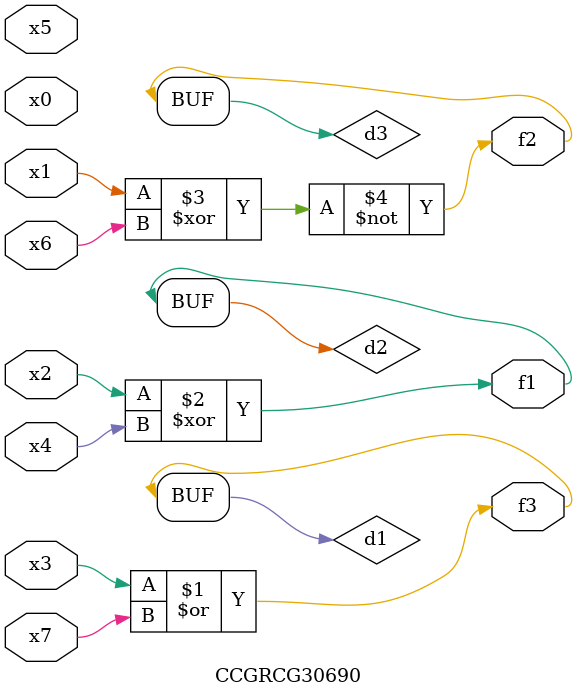
<source format=v>
module CCGRCG30690(
	input x0, x1, x2, x3, x4, x5, x6, x7,
	output f1, f2, f3
);

	wire d1, d2, d3;

	or (d1, x3, x7);
	xor (d2, x2, x4);
	xnor (d3, x1, x6);
	assign f1 = d2;
	assign f2 = d3;
	assign f3 = d1;
endmodule

</source>
